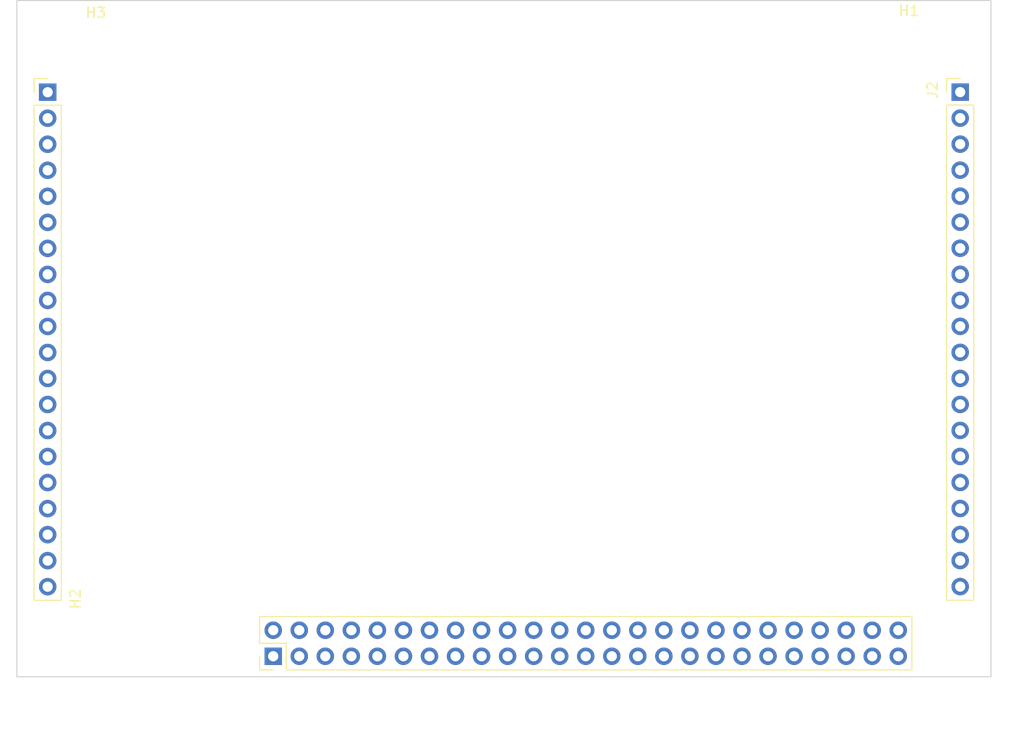
<source format=kicad_pcb>
(kicad_pcb (version 20221018) (generator pcbnew)
  (layers (0 "F.Cu" signal) (31 "B.Cu" signal) (34 "B.Paste" user) (35 "F.Paste" user) (36 "B.SilkS" user "B.Silkscreen") (37 "F.SilkS" user "F.Silkscreen") (38 "B.Mask" user) (39 "F.Mask" user) (44 "Edge.Cuts" user))
  (net 0 "")
  (net 1 "/P1.0")
  (net 2 "/P1.1")
  (net 3 "/P1.2{slash}PWM")
  (net 4 "/P1.3{slash}~{ALEDIS}")
  (net 5 "/P1.4{slash}~{PMGPULSE}")
  (net 6 "/P1.5{slash}~{PGMEN}")
  (net 7 "/P1.6{slash}~{DMA_ACK}")
  (net 8 "/P1.7{slash}~{LTP}")
  (net 9 "GND")
  (net 10 "/P3.0{slash}RXD")
  (net 11 "/P3.1{slash}TXD")
  (net 12 "/P3.2{slash}~{INT0}")
  (net 13 "/P3.3{slash}~{INT1}")
  (net 14 "/P3.4{slash}T0")
  (net 15 "/P3.5{slash}T1")
  (net 16 "/~{WR}")
  (net 17 "/~{RD}")
  (net 18 "+5V")
  (net 40 "/D0")
  (net 41 "/D1")
  (net 42 "/CLK_EXT")
  (net 43 "/D2")
  (net 44 "/RESET")
  (net 45 "/D3")
  (net 46 "/D4")
  (net 47 "/D5")
  (net 48 "/ALE")
  (net 49 "/D6")
  (net 50 "/~{PSEN}")
  (net 51 "/D7")
  (net 52 "/~{EA}")
  (net 53 "/A0")
  (net 54 "/~{RAM}")
  (net 55 "/A1")
  (net 56 "/A13{slash}RAM")
  (net 57 "/A2")
  (net 58 "/~{WR_NVRAM}")
  (net 59 "/A3")
  (net 60 "/~{NVRAM}")
  (net 61 "/A4")
  (net 62 "/RD_ANY")
  (net 63 "/A5")
  (net 64 "/CS_EX_ROM")
  (net 65 "/A6")
  (net 66 "/DECODER")
  (net 67 "/A7")
  (net 68 "/A15")
  (net 69 "/A8")
  (net 70 "/A14")
  (net 71 "/A9")
  (net 72 "/A13")
  (net 73 "/A10")
  (net 74 "/A12")
  (net 75 "/A11")
  (net 76 "/E000H")
  (net 77 "/C000H")
  (net 78 "/A000H")
  (net 79 "/8000H")
  (net 80 "/6000H")
  (net 81 "/4000H")
  (net 82 "/2000H")
  (net 83 "/0000H")
  (footprint "MountingHole:MountingHole_3.2mm_M3" (layer "F.Cu") (at 199.75 93.55)
    (fp_text reference "H4" hide)
    (fp_text value "MountingHole")
    (pad "" np_thru_hole circle (at 0 0) (size 3.2 3.2) (drill 3.2) (layers "F&B.Cu" "*.Mask"))
  )
  (footprint "Connector_PinHeader_2.54mm:PinHeader_1x20_P2.54mm_Vertical" (layer "F.Cu") (at 111.25 40)
    (fp_text reference "J1" hide)
    (fp_text value "Conn_01x20_Pin" hide)
    (fp_line (start -1.33 -1.33) (end 0 -1.33) (stroke (width 0.12)) (layer "F.SilkS"))
    (fp_line (start -1.33 0) (end -1.33 -1.33) (stroke (width 0.12)) (layer "F.SilkS"))
    (fp_line (start -1.33 1.27) (end -1.33 49.59) (stroke (width 0.12)) (layer "F.SilkS"))
    (fp_line (start -1.33 1.27) (end 1.33 1.27) (stroke (width 0.12)) (layer "F.SilkS"))
    (fp_line (start -1.33 49.59) (end 1.33 49.59) (stroke (width 0.12)) (layer "F.SilkS"))
    (fp_line (start 1.33 1.27) (end 1.33 49.59) (stroke (width 0.12)) (layer "F.SilkS"))
    (pad "1" thru_hole rect (at 0 0) (size 1.7 1.7) (drill 1) (layers "*.Cu" "*.Mask") (net 1 "/P1.0"))
    (pad "2" thru_hole oval (at 0 2.54) (size 1.7 1.7) (drill 1) (layers "*.Cu" "*.Mask") (net 2 "/P1.1"))
    (pad "3" thru_hole oval (at 0 5.08) (size 1.7 1.7) (drill 1) (layers "*.Cu" "*.Mask") (net 3 "/P1.2{slash}PWM"))
    (pad "4" thru_hole oval (at 0 7.62) (size 1.7 1.7) (drill 1) (layers "*.Cu" "*.Mask") (net 4 "/P1.3{slash}~{ALEDIS}"))
    (pad "5" thru_hole oval (at 0 10.16) (size 1.7 1.7) (drill 1) (layers "*.Cu" "*.Mask") (net 5 "/P1.4{slash}~{PMGPULSE}"))
    (pad "6" thru_hole oval (at 0 12.7) (size 1.7 1.7) (drill 1) (layers "*.Cu" "*.Mask") (net 6 "/P1.5{slash}~{PGMEN}"))
    (pad "7" thru_hole oval (at 0 15.24) (size 1.7 1.7) (drill 1) (layers "*.Cu" "*.Mask") (net 7 "/P1.6{slash}~{DMA_ACK}"))
    (pad "8" thru_hole oval (at 0 17.78) (size 1.7 1.7) (drill 1) (layers "*.Cu" "*.Mask") (net 8 "/P1.7{slash}~{LTP}"))
    (pad "9" thru_hole oval (at 0 20.32) (size 1.7 1.7) (drill 1) (layers "*.Cu" "*.Mask") (net 9 "GND"))
    (pad "10" thru_hole oval (at 0 22.86) (size 1.7 1.7) (drill 1) (layers "*.Cu" "*.Mask") (net 10 "/P3.0{slash}RXD"))
    (pad "11" thru_hole oval (at 0 25.4) (size 1.7 1.7) (drill 1) (layers "*.Cu" "*.Mask") (net 11 "/P3.1{slash}TXD"))
    (pad "12" thru_hole oval (at 0 27.94) (size 1.7 1.7) (drill 1) (layers "*.Cu" "*.Mask") (net 12 "/P3.2{slash}~{INT0}"))
    (pad "13" thru_hole oval (at 0 30.48) (size 1.7 1.7) (drill 1) (layers "*.Cu" "*.Mask") (net 13 "/P3.3{slash}~{INT1}"))
    (pad "14" thru_hole oval (at 0 33.02) (size 1.7 1.7) (drill 1) (layers "*.Cu" "*.Mask") (net 14 "/P3.4{slash}T0"))
    (pad "15" thru_hole oval (at 0 35.56) (size 1.7 1.7) (drill 1) (layers "*.Cu" "*.Mask") (net 15 "/P3.5{slash}T1"))
    (pad "16" thru_hole oval (at 0 38.1) (size 1.7 1.7) (drill 1) (layers "*.Cu" "*.Mask") (net 16 "/~{WR}"))
    (pad "17" thru_hole oval (at 0 40.64) (size 1.7 1.7) (drill 1) (layers "*.Cu" "*.Mask") (net 17 "/~{RD}"))
    (pad "18" thru_hole oval (at 0 43.18) (size 1.7 1.7) (drill 1) (layers "*.Cu" "*.Mask") (net 9 "GND"))
    (pad "19" thru_hole oval (at 0 45.72) (size 1.7 1.7) (drill 1) (layers "*.Cu" "*.Mask") (net 18 "+5V"))
    (pad "20" thru_hole oval (at 0 48.26) (size 1.7 1.7) (drill 1) (layers "*.Cu" "*.Mask") (net 18 "+5V"))
  )
  (footprint "MountingHole:MountingHole_3.2mm_M3" (layer "F.Cu") (at 111.75 34.55)
    (fp_text reference "H3" (at 4.2 -2.3) (layer "F.SilkS"))
    (fp_text value "MountingHole" hide)
    (pad "" np_thru_hole circle (at 0 0) (size 3.2 3.2) (drill 3.2) (layers "F&B.Cu" "*.Mask"))
  )
  (footprint "MountingHole:MountingHole_3.2mm_M3" (layer "F.Cu") (at 111.75 93.55)
    (fp_text reference "H2" (at 2.2 -4.1 90) (layer "F.SilkS"))
    (fp_text value "MountingHole")
    (pad "" np_thru_hole circle (at 0 0) (size 3.2 3.2) (drill 3.2) (layers "F&B.Cu" "*.Mask"))
  )
  (footprint "Connector_PinHeader_2.54mm:PinHeader_2x25_P2.54mm_Vertical" (layer "F.Cu") (at 133.25 95.05 90)
    (fp_text reference "J3" hide)
    (fp_text value "Conn_02x25_Odd_Even")
    (fp_line (start -1.33 -1.33) (end 0 -1.33) (stroke (width 0.12)) (layer "F.SilkS"))
    (fp_line (start -1.33 0) (end -1.33 -1.33) (stroke (width 0.12)) (layer "F.SilkS"))
    (fp_line (start -1.33 1.27) (end -1.33 62.29) (stroke (width 0.12)) (layer "F.SilkS"))
    (fp_line (start -1.33 1.27) (end 1.27 1.27) (stroke (width 0.12)) (layer "F.SilkS"))
    (fp_line (start -1.33 62.29) (end 3.87 62.29) (stroke (width 0.12)) (layer "F.SilkS"))
    (fp_line (start 1.27 -1.33) (end 3.87 -1.33) (stroke (width 0.12)) (layer "F.SilkS"))
    (fp_line (start 1.27 1.27) (end 1.27 -1.33) (stroke (width 0.12)) (layer "F.SilkS"))
    (fp_line (start 3.87 -1.33) (end 3.87 62.29) (stroke (width 0.12)) (layer "F.SilkS"))
    (pad "1" thru_hole rect (at 0 0 90) (size 1.7 1.7) (drill 1) (layers "*.Cu" "*.Mask"))
    (pad "2" thru_hole oval (at 2.54 0 90) (size 1.7 1.7) (drill 1) (layers "*.Cu" "*.Mask") (net 40 "/D0"))
    (pad "3" thru_hole oval (at 0 2.54 90) (size 1.7 1.7) (drill 1) (layers "*.Cu" "*.Mask") (net 9 "GND"))
    (pad "4" thru_hole oval (at 2.54 2.54 90) (size 1.7 1.7) (drill 1) (layers "*.Cu" "*.Mask") (net 41 "/D1"))
    (pad "5" thru_hole oval (at 0 5.08 90) (size 1.7 1.7) (drill 1) (layers "*.Cu" "*.Mask") (net 42 "/CLK_EXT"))
    (pad "6" thru_hole oval (at 2.54 5.08 90) (size 1.7 1.7) (drill 1) (layers "*.Cu" "*.Mask") (net 43 "/D2"))
    (pad "7" thru_hole oval (at 0 7.62 90) (size 1.7 1.7) (drill 1) (layers "*.Cu" "*.Mask") (net 44 "/RESET"))
    (pad "8" thru_hole oval (at 2.54 7.62 90) (size 1.7 1.7) (drill 1) (layers "*.Cu" "*.Mask") (net 45 "/D3"))
    (pad "9" thru_hole oval (at 0 10.16 90) (size 1.7 1.7) (drill 1) (layers "*.Cu" "*.Mask") (net 16 "/~{WR}"))
    (pad "10" thru_hole oval (at 2.54 10.16 90) (size 1.7 1.7) (drill 1) (layers "*.Cu" "*.Mask") (net 46 "/D4"))
    (pad "11" thru_hole oval (at 0 12.7 90) (size 1.7 1.7) (drill 1) (layers "*.Cu" "*.Mask") (net 17 "/~{RD}"))
    (pad "12" thru_hole oval (at 2.54 12.7 90) (size 1.7 1.7) (drill 1) (layers "*.Cu" "*.Mask") (net 47 "/D5"))
    (pad "13" thru_hole oval (at 0 15.24 90) (size 1.7 1.7) (drill 1) (layers "*.Cu" "*.Mask") (net 48 "/ALE"))
    (pad "14" thru_hole oval (at 2.54 15.24 90) (size 1.7 1.7) (drill 1) (layers "*.Cu" "*.Mask") (net 49 "/D6"))
    (pad "15" thru_hole oval (at 0 17.78 90) (size 1.7 1.7) (drill 1) (layers "*.Cu" "*.Mask") (net 50 "/~{PSEN}"))
    (pad "16" thru_hole oval (at 2.54 17.78 90) (size 1.7 1.7) (drill 1) (layers "*.Cu" "*.Mask") (net 51 "/D7"))
    (pad "17" thru_hole oval (at 0 20.32 90) (size 1.7 1.7) (drill 1) (layers "*.Cu" "*.Mask") (net 52 "/~{EA}"))
    (pad "18" thru_hole oval (at 2.54 20.32 90) (size 1.7 1.7) (drill 1) (layers "*.Cu" "*.Mask") (net 53 "/A0"))
    (pad "19" thru_hole oval (at 0 22.86 90) (size 1.7 1.7) (drill 1) (layers "*.Cu" "*.Mask") (net 54 "/~{RAM}"))
    (pad "20" thru_hole oval (at 2.54 22.86 90) (size 1.7 1.7) (drill 1) (layers "*.Cu" "*.Mask") (net 55 "/A1"))
    (pad "21" thru_hole oval (at 0 25.4 90) (size 1.7 1.7) (drill 1) (layers "*.Cu" "*.Mask") (net 56 "/A13{slash}RAM"))
    (pad "22" thru_hole oval (at 2.54 25.4 90) (size 1.7 1.7) (drill 1) (layers "*.Cu" "*.Mask") (net 57 "/A2"))
    (pad "23" thru_hole oval (at 0 27.94 90) (size 1.7 1.7) (drill 1) (layers "*.Cu" "*.Mask") (net 58 "/~{WR_NVRAM}"))
    (pad "24" thru_hole oval (at 2.54 27.94 90) (size 1.7 1.7) (drill 1) (layers "*.Cu" "*.Mask") (net 59 "/A3"))
    (pad "25" thru_hole oval (at 0 30.48 90) (size 1.7 1.7) (drill 1) (layers "*.Cu" "*.Mask") (net 60 "/~{NVRAM}"))
    (pad "26" thru_hole oval (at 2.54 30.48 90) (size 1.7 1.7) (drill 1) (layers "*.Cu" "*.Mask") (net 61 "/A4"))
    (pad "27" thru_hole oval (at 0 33.02 90) (size 1.7 1.7) (drill 1) (layers "*.Cu" "*.Mask") (net 62 "/RD_ANY"))
    (pad "28" thru_hole oval (at 2.54 33.02 90) (size 1.7 1.7) (drill 1) (layers "*.Cu" "*.Mask") (net 63 "/A5"))
    (pad "29" thru_hole oval (at 0 35.56 90) (size 1.7 1.7) (drill 1) (layers "*.Cu" "*.Mask") (net 64 "/CS_EX_ROM"))
    (pad "30" thru_hole oval (at 2.54 35.56 90) (size 1.7 1.7) (drill 1) (layers "*.Cu" "*.Mask") (net 65 "/A6"))
    (pad "31" thru_hole oval (at 0 38.1 90) (size 1.7 1.7) (drill 1) (layers "*.Cu" "*.Mask") (net 66 "/DECODER"))
    (pad "32" thru_hole oval (at 2.54 38.1 90) (size 1.7 1.7) (drill 1) (layers "*.Cu" "*.Mask") (net 67 "/A7"))
    (pad "33" thru_hole oval (at 0 40.64 90) (size 1.7 1.7) (drill 1) (layers "*.Cu" "*.Mask") (net 68 "/A15"))
    (pad "34" thru_hole oval (at 2.54 40.64 90) (size 1.7 1.7) (drill 1) (layers "*.Cu" "*.Mask") (net 69 "/A8"))
    (pad "35" thru_hole oval (at 0 43.18 90) (size 1.7 1.7) (drill 1) (layers "*.Cu" "*.Mask") (net 70 "/A14"))
    (pad "36" thru_hole oval (at 2.54 43.18 90) (size 1.7 1.7) (drill 1) (layers "*.Cu" "*.Mask") (net 71 "/A9"))
    (pad "37" thru_hole oval (at 0 45.72 90) (size 1.7 1.7) (drill 1) (layers "*.Cu" "*.Mask") (net 72 "/A13"))
    (pad "38" thru_hole oval (at 2.54 45.72 90) (size 1.7 1.7) (drill 1) (layers "*.Cu" "*.Mask") (net 73 "/A10"))
    (pad "39" thru_hole oval (at 0 48.26 90) (size 1.7 1.7) (drill 1) (layers "*.Cu" "*.Mask") (net 74 "/A12"))
    (pad "40" thru_hole oval (at 2.54 48.26 90) (size 1.7 1.7) (drill 1) (layers "*.Cu" "*.Mask") (net 75 "/A11"))
    (pad "41" thru_hole oval (at 0 50.8 90) (size 1.7 1.7) (drill 1) (layers "*.Cu" "*.Mask") (net 76 "/E000H"))
    (pad "42" thru_hole oval (at 2.54 50.8 90) (size 1.7 1.7) (drill 1) (layers "*.Cu" "*.Mask") (net 77 "/C000H"))
    (pad "43" thru_hole oval (at 0 53.34 90) (size 1.7 1.7) (drill 1) (layers "*.Cu" "*.Mask") (net 78 "/A000H"))
    (pad "44" thru_hole oval (at 2.54 53.34 90) (size 1.7 1.7) (drill 1) (layers "*.Cu" "*.Mask") (net 79 "/8000H"))
    (pad "45" thru_hole oval (at 0 55.88 90) (size 1.7 1.7) (drill 1) (layers "*.Cu" "*.Mask") (net 80 "/6000H"))
    (pad "46" thru_hole oval (at 2.54 55.88 90) (size 1.7 1.7) (drill 1) (layers "*.Cu" "*.Mask") (net 81 "/4000H"))
    (pad "47" thru_hole oval (at 0 58.42 90) (size 1.7 1.7) (drill 1) (layers "*.Cu" "*.Mask") (net 82 "/2000H"))
    (pad "48" thru_hole oval (at 2.54 58.42 90) (size 1.7 1.7) (drill 1) (layers "*.Cu" "*.Mask") (net 83 "/0000H"))
    (pad "49" thru_hole oval (at 0 60.96 90) (size 1.7 1.7) (drill 1) (layers "*.Cu" "*.Mask") (net 9 "GND"))
    (pad "50" thru_hole oval (at 2.54 60.96 90) (size 1.7 1.7) (drill 1) (layers "*.Cu" "*.Mask") (net 18 "+5V"))
  )
  (footprint "MountingHole:MountingHole_3.2mm_M3" (layer "F.Cu") (at 199.75 34.55)
    (fp_text reference "H1" (at -4.5 -2.5) (layer "F.SilkS"))
    (fp_text value "MountingHole")
    (pad "" np_thru_hole circle (at 0 0) (size 3.2 3.2) (drill 3.2) (layers "F&B.Cu" "*.Mask"))
  )
  (footprint "Connector_PinHeader_2.54mm:PinHeader_1x20_P2.54mm_Vertical" (layer "F.Cu") (at 200.25 39.99)
    (fp_text reference "J2" (at -2.7 -0.2 90) (layer "F.SilkS"))
    (fp_text value "Conn_01x20_Pin")
    (fp_line (start -1.33 -1.33) (end 0 -1.33) (stroke (width 0.12)) (layer "F.SilkS"))
    (fp_line (start -1.33 0) (end -1.33 -1.33) (stroke (width 0.12)) (layer "F.SilkS"))
    (fp_line (start -1.33 1.27) (end -1.33 49.59) (stroke (width 0.12)) (layer "F.SilkS"))
    (fp_line (start -1.33 1.27) (end 1.33 1.27) (stroke (width 0.12)) (layer "F.SilkS"))
    (fp_line (start -1.33 49.59) (end 1.33 49.59) (stroke (width 0.12)) (layer "F.SilkS"))
    (fp_line (start 1.33 1.27) (end 1.33 49.59) (stroke (width 0.12)) (layer "F.SilkS"))
    (pad "1" thru_hole rect (at 0 0) (size 1.7 1.7) (drill 1) (layers "*.Cu" "*.Mask"))
    (pad "2" thru_hole oval (at 0 2.54) (size 1.7 1.7) (drill 1) (layers "*.Cu" "*.Mask"))
    (pad "3" thru_hole oval (at 0 5.08) (size 1.7 1.7) (drill 1) (layers "*.Cu" "*.Mask"))
    (pad "4" thru_hole oval (at 0 7.62) (size 1.7 1.7) (drill 1) (layers "*.Cu" "*.Mask"))
    (pad "5" thru_hole oval (at 0 10.16) (size 1.7 1.7) (drill 1) (layers "*.Cu" "*.Mask"))
    (pad "6" thru_hole oval (at 0 12.7) (size 1.7 1.7) (drill 1) (layers "*.Cu" "*.Mask"))
    (pad "7" thru_hole oval (at 0 15.24) (size 1.7 1.7) (drill 1) (layers "*.Cu" "*.Mask"))
    (pad "8" thru_hole oval (at 0 17.78) (size 1.7 1.7) (drill 1) (layers "*.Cu" "*.Mask"))
    (pad "9" thru_hole oval (at 0 20.32) (size 1.7 1.7) (drill 1) (layers "*.Cu" "*.Mask"))
    (pad "10" thru_hole oval (at 0 22.86) (size 1.7 1.7) (drill 1) (layers "*.Cu" "*.Mask"))
    (pad "11" thru_hole oval (at 0 25.4) (size 1.7 1.7) (drill 1) (layers "*.Cu" "*.Mask"))
    (pad "12" thru_hole oval (at 0 27.94) (size 1.7 1.7) (drill 1) (layers "*.Cu" "*.Mask"))
    (pad "13" thru_hole oval (at 0 30.48) (size 1.7 1.7) (drill 1) (layers "*.Cu" "*.Mask"))
    (pad "14" thru_hole oval (at 0 33.02) (size 1.7 1.7) (drill 1) (layers "*.Cu" "*.Mask"))
    (pad "15" thru_hole oval (at 0 35.56) (size 1.7 1.7) (drill 1) (layers "*.Cu" "*.Mask"))
    (pad "16" thru_hole oval (at 0 38.1) (size 1.7 1.7) (drill 1) (layers "*.Cu" "*.Mask"))
    (pad "17" thru_hole oval (at 0 40.64) (size 1.7 1.7) (drill 1) (layers "*.Cu" "*.Mask"))
    (pad "18" thru_hole oval (at 0 43.18) (size 1.7 1.7) (drill 1) (layers "*.Cu" "*.Mask"))
    (pad "19" thru_hole oval (at 0 45.72) (size 1.7 1.7) (drill 1) (layers "*.Cu" "*.Mask"))
    (pad "20" thru_hole oval (at 0 48.26) (size 1.7 1.7) (drill 1) (layers "*.Cu" "*.Mask"))
  )
  (gr_line (start 203.25 31.05) (end 203.25 97.05) (stroke (width 0.1)) (layer "Edge.Cuts"))
  (gr_line (start 203.25 97.05) (end 108.25 97.05) (stroke (width 0.1)) (layer "Edge.Cuts"))
  (gr_line (start 108.25 31.05) (end 203.25 31.05) (stroke (width 0.1)) (layer "Edge.Cuts"))
  (gr_line (start 108.25 97.05) (end 108.25 31.05) (stroke (width 0.1)) (layer "Edge.Cuts"))
  (segment (start 111.25 52.75) (end 111.27 52.73) (width 0.2) (layer "F.Cu") (net 6))
  (segment (start 111.25 55.29) (end 111.27 55.27) (width 0.2) (layer "F.Cu") (net 7))
  (segment (start 111.25 57.83) (end 111.27 57.81) (width 0.2) (layer "F.Cu") (net 8))
  (segment (start 111.25 62.91) (end 111.27 62.89) (width 0.2) (layer "F.Cu") (net 10))
  (segment (start 111.25 65.45) (end 111.27 65.43) (width 0.2) (layer "F.Cu") (net 11))
  (segment (start 111.25 67.99) (end 111.27 67.97) (width 0.2) (layer "F.Cu") (net 12))
  (segment (start 111.25 70.53) (end 111.27 70.51) (width 0.2) (layer "F.Cu") (net 13))
  (segment (start 111.25 73.07) (end 111.27 73.05) (width 0.2) (layer "F.Cu") (net 14))
  (segment (start 111.25 75.61) (end 111.27 75.59) (width 0.2) (layer "F.Cu") (net 15))
  (segment (start 111.25 78.15) (end 111.27 78.13) (width 0.2) (layer "F.Cu") (net 16))
  (segment (start 111.25 80.69) (end 111.27 80.67) (width 0.2) (layer "F.Cu") (net 17))
)
</source>
